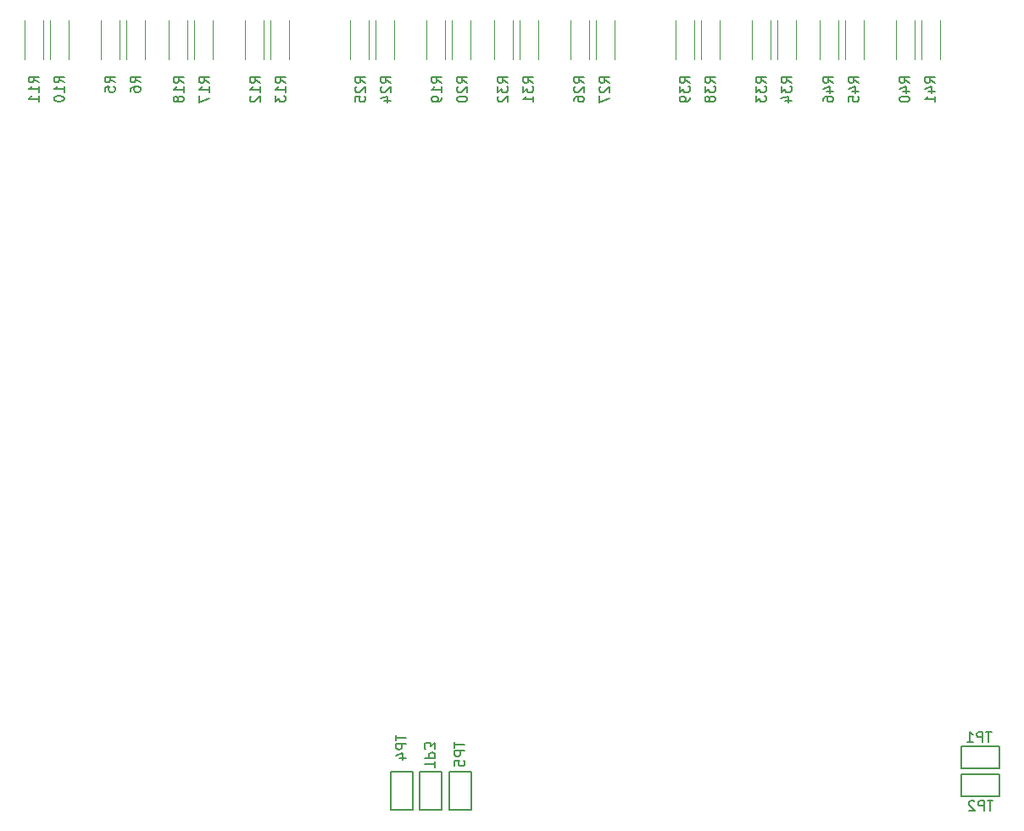
<source format=gbr>
G04 #@! TF.GenerationSoftware,KiCad,Pcbnew,(5.1.8)-1*
G04 #@! TF.CreationDate,2021-01-31T20:23:03-05:00*
G04 #@! TF.ProjectId,TTL_Logic_Clock_revA,54544c5f-4c6f-4676-9963-5f436c6f636b,rev?*
G04 #@! TF.SameCoordinates,Original*
G04 #@! TF.FileFunction,Legend,Bot*
G04 #@! TF.FilePolarity,Positive*
%FSLAX46Y46*%
G04 Gerber Fmt 4.6, Leading zero omitted, Abs format (unit mm)*
G04 Created by KiCad (PCBNEW (5.1.8)-1) date 2021-01-31 20:23:03*
%MOMM*%
%LPD*%
G01*
G04 APERTURE LIST*
%ADD10C,0.150000*%
%ADD11C,0.120000*%
G04 APERTURE END LIST*
D10*
X106215000Y-122169000D02*
X108415000Y-122169000D01*
X106215000Y-118369000D02*
X106215000Y-122169000D01*
X108415000Y-118369000D02*
X106215000Y-118369000D01*
X108415000Y-122169000D02*
X108415000Y-118369000D01*
X100373000Y-122169000D02*
X102573000Y-122169000D01*
X100373000Y-118369000D02*
X100373000Y-122169000D01*
X102573000Y-118369000D02*
X100373000Y-118369000D01*
X102573000Y-122169000D02*
X102573000Y-118369000D01*
X103294000Y-122169000D02*
X105494000Y-122169000D01*
X103294000Y-118369000D02*
X103294000Y-122169000D01*
X105494000Y-118369000D02*
X103294000Y-118369000D01*
X105494000Y-122169000D02*
X105494000Y-118369000D01*
X157358000Y-118661000D02*
X157358000Y-120861000D01*
X161158000Y-118661000D02*
X157358000Y-118661000D01*
X161158000Y-120861000D02*
X161158000Y-118661000D01*
X157358000Y-120861000D02*
X161158000Y-120861000D01*
X157358000Y-115867000D02*
X157358000Y-118067000D01*
X161158000Y-115867000D02*
X157358000Y-115867000D01*
X161158000Y-118067000D02*
X161158000Y-115867000D01*
X157358000Y-118067000D02*
X161158000Y-118067000D01*
D11*
X145065000Y-43292000D02*
X145065000Y-47132000D01*
X143225000Y-43292000D02*
X143225000Y-47132000D01*
X147605000Y-43292000D02*
X147605000Y-47132000D01*
X145765000Y-43292000D02*
X145765000Y-47132000D01*
X155225000Y-43292000D02*
X155225000Y-47132000D01*
X153385000Y-43292000D02*
X153385000Y-47132000D01*
X152685000Y-43292000D02*
X152685000Y-47132000D01*
X150845000Y-43292000D02*
X150845000Y-47132000D01*
X130714000Y-43292000D02*
X130714000Y-47132000D01*
X128874000Y-43292000D02*
X128874000Y-47132000D01*
X133254000Y-43292000D02*
X133254000Y-47132000D01*
X131414000Y-43292000D02*
X131414000Y-47132000D01*
X140874000Y-43292000D02*
X140874000Y-47132000D01*
X139034000Y-43292000D02*
X139034000Y-47132000D01*
X138334000Y-43292000D02*
X138334000Y-47132000D01*
X136494000Y-43292000D02*
X136494000Y-47132000D01*
X112553000Y-43292000D02*
X112553000Y-47132000D01*
X110713000Y-43292000D02*
X110713000Y-47132000D01*
X115093000Y-43292000D02*
X115093000Y-47132000D01*
X113253000Y-43292000D02*
X113253000Y-47132000D01*
X122713000Y-43292000D02*
X122713000Y-47132000D01*
X120873000Y-43292000D02*
X120873000Y-47132000D01*
X120173000Y-43292000D02*
X120173000Y-47132000D01*
X118333000Y-43292000D02*
X118333000Y-47132000D01*
X98202000Y-43292000D02*
X98202000Y-47132000D01*
X96362000Y-43292000D02*
X96362000Y-47132000D01*
X100742000Y-43292000D02*
X100742000Y-47132000D01*
X98902000Y-43292000D02*
X98902000Y-47132000D01*
X108362000Y-43292000D02*
X108362000Y-47132000D01*
X106522000Y-43292000D02*
X106522000Y-47132000D01*
X105822000Y-43292000D02*
X105822000Y-47132000D01*
X103982000Y-43292000D02*
X103982000Y-47132000D01*
X80041000Y-43292000D02*
X80041000Y-47132000D01*
X78201000Y-43292000D02*
X78201000Y-47132000D01*
X82581000Y-43292000D02*
X82581000Y-47132000D01*
X80741000Y-43292000D02*
X80741000Y-47132000D01*
X90201000Y-43292000D02*
X90201000Y-47132000D01*
X88361000Y-43292000D02*
X88361000Y-47132000D01*
X87661000Y-43292000D02*
X87661000Y-47132000D01*
X85821000Y-43292000D02*
X85821000Y-47132000D01*
X65690000Y-43292000D02*
X65690000Y-47132000D01*
X63850000Y-43292000D02*
X63850000Y-47132000D01*
X68230000Y-43292000D02*
X68230000Y-47132000D01*
X66390000Y-43292000D02*
X66390000Y-47132000D01*
X75850000Y-43292000D02*
X75850000Y-47132000D01*
X74010000Y-43292000D02*
X74010000Y-47132000D01*
X73310000Y-43292000D02*
X73310000Y-47132000D01*
X71470000Y-43292000D02*
X71470000Y-47132000D01*
D10*
X106767380Y-115387595D02*
X106767380Y-115959023D01*
X107767380Y-115673309D02*
X106767380Y-115673309D01*
X107767380Y-116292357D02*
X106767380Y-116292357D01*
X106767380Y-116673309D01*
X106815000Y-116768547D01*
X106862619Y-116816166D01*
X106957857Y-116863785D01*
X107100714Y-116863785D01*
X107195952Y-116816166D01*
X107243571Y-116768547D01*
X107291190Y-116673309D01*
X107291190Y-116292357D01*
X106767380Y-117768547D02*
X106767380Y-117292357D01*
X107243571Y-117244738D01*
X107195952Y-117292357D01*
X107148333Y-117387595D01*
X107148333Y-117625690D01*
X107195952Y-117720928D01*
X107243571Y-117768547D01*
X107338809Y-117816166D01*
X107576904Y-117816166D01*
X107672142Y-117768547D01*
X107719761Y-117720928D01*
X107767380Y-117625690D01*
X107767380Y-117387595D01*
X107719761Y-117292357D01*
X107672142Y-117244738D01*
X100925380Y-114689095D02*
X100925380Y-115260523D01*
X101925380Y-114974809D02*
X100925380Y-114974809D01*
X101925380Y-115593857D02*
X100925380Y-115593857D01*
X100925380Y-115974809D01*
X100973000Y-116070047D01*
X101020619Y-116117666D01*
X101115857Y-116165285D01*
X101258714Y-116165285D01*
X101353952Y-116117666D01*
X101401571Y-116070047D01*
X101449190Y-115974809D01*
X101449190Y-115593857D01*
X101258714Y-117022428D02*
X101925380Y-117022428D01*
X100877761Y-116784333D02*
X101592047Y-116546238D01*
X101592047Y-117165285D01*
X104751119Y-117911404D02*
X104751119Y-117339976D01*
X103751119Y-117625690D02*
X104751119Y-117625690D01*
X103751119Y-117006642D02*
X104751119Y-117006642D01*
X104751119Y-116625690D01*
X104703500Y-116530452D01*
X104655880Y-116482833D01*
X104560642Y-116435214D01*
X104417785Y-116435214D01*
X104322547Y-116482833D01*
X104274928Y-116530452D01*
X104227309Y-116625690D01*
X104227309Y-117006642D01*
X104751119Y-116101880D02*
X104751119Y-115482833D01*
X104370166Y-115816166D01*
X104370166Y-115673309D01*
X104322547Y-115578071D01*
X104274928Y-115530452D01*
X104179690Y-115482833D01*
X103941595Y-115482833D01*
X103846357Y-115530452D01*
X103798738Y-115578071D01*
X103751119Y-115673309D01*
X103751119Y-115959023D01*
X103798738Y-116054261D01*
X103846357Y-116101880D01*
X160519904Y-121245380D02*
X159948476Y-121245380D01*
X160234190Y-122245380D02*
X160234190Y-121245380D01*
X159615142Y-122245380D02*
X159615142Y-121245380D01*
X159234190Y-121245380D01*
X159138952Y-121293000D01*
X159091333Y-121340619D01*
X159043714Y-121435857D01*
X159043714Y-121578714D01*
X159091333Y-121673952D01*
X159138952Y-121721571D01*
X159234190Y-121769190D01*
X159615142Y-121769190D01*
X158662761Y-121340619D02*
X158615142Y-121293000D01*
X158519904Y-121245380D01*
X158281809Y-121245380D01*
X158186571Y-121293000D01*
X158138952Y-121340619D01*
X158091333Y-121435857D01*
X158091333Y-121531095D01*
X158138952Y-121673952D01*
X158710380Y-122245380D01*
X158091333Y-122245380D01*
X160392904Y-114387380D02*
X159821476Y-114387380D01*
X160107190Y-115387380D02*
X160107190Y-114387380D01*
X159488142Y-115387380D02*
X159488142Y-114387380D01*
X159107190Y-114387380D01*
X159011952Y-114435000D01*
X158964333Y-114482619D01*
X158916714Y-114577857D01*
X158916714Y-114720714D01*
X158964333Y-114815952D01*
X159011952Y-114863571D01*
X159107190Y-114911190D01*
X159488142Y-114911190D01*
X157964333Y-115387380D02*
X158535761Y-115387380D01*
X158250047Y-115387380D02*
X158250047Y-114387380D01*
X158345285Y-114530238D01*
X158440523Y-114625476D01*
X158535761Y-114673095D01*
X144582380Y-49522142D02*
X144106190Y-49188809D01*
X144582380Y-48950714D02*
X143582380Y-48950714D01*
X143582380Y-49331666D01*
X143630000Y-49426904D01*
X143677619Y-49474523D01*
X143772857Y-49522142D01*
X143915714Y-49522142D01*
X144010952Y-49474523D01*
X144058571Y-49426904D01*
X144106190Y-49331666D01*
X144106190Y-48950714D01*
X143915714Y-50379285D02*
X144582380Y-50379285D01*
X143534761Y-50141190D02*
X144249047Y-49903095D01*
X144249047Y-50522142D01*
X143582380Y-51331666D02*
X143582380Y-51141190D01*
X143630000Y-51045952D01*
X143677619Y-50998333D01*
X143820476Y-50903095D01*
X144010952Y-50855476D01*
X144391904Y-50855476D01*
X144487142Y-50903095D01*
X144534761Y-50950714D01*
X144582380Y-51045952D01*
X144582380Y-51236428D01*
X144534761Y-51331666D01*
X144487142Y-51379285D01*
X144391904Y-51426904D01*
X144153809Y-51426904D01*
X144058571Y-51379285D01*
X144010952Y-51331666D01*
X143963333Y-51236428D01*
X143963333Y-51045952D01*
X144010952Y-50950714D01*
X144058571Y-50903095D01*
X144153809Y-50855476D01*
X147122380Y-49522142D02*
X146646190Y-49188809D01*
X147122380Y-48950714D02*
X146122380Y-48950714D01*
X146122380Y-49331666D01*
X146170000Y-49426904D01*
X146217619Y-49474523D01*
X146312857Y-49522142D01*
X146455714Y-49522142D01*
X146550952Y-49474523D01*
X146598571Y-49426904D01*
X146646190Y-49331666D01*
X146646190Y-48950714D01*
X146455714Y-50379285D02*
X147122380Y-50379285D01*
X146074761Y-50141190D02*
X146789047Y-49903095D01*
X146789047Y-50522142D01*
X146122380Y-51379285D02*
X146122380Y-50903095D01*
X146598571Y-50855476D01*
X146550952Y-50903095D01*
X146503333Y-50998333D01*
X146503333Y-51236428D01*
X146550952Y-51331666D01*
X146598571Y-51379285D01*
X146693809Y-51426904D01*
X146931904Y-51426904D01*
X147027142Y-51379285D01*
X147074761Y-51331666D01*
X147122380Y-51236428D01*
X147122380Y-50998333D01*
X147074761Y-50903095D01*
X147027142Y-50855476D01*
X154742380Y-49522142D02*
X154266190Y-49188809D01*
X154742380Y-48950714D02*
X153742380Y-48950714D01*
X153742380Y-49331666D01*
X153790000Y-49426904D01*
X153837619Y-49474523D01*
X153932857Y-49522142D01*
X154075714Y-49522142D01*
X154170952Y-49474523D01*
X154218571Y-49426904D01*
X154266190Y-49331666D01*
X154266190Y-48950714D01*
X154075714Y-50379285D02*
X154742380Y-50379285D01*
X153694761Y-50141190D02*
X154409047Y-49903095D01*
X154409047Y-50522142D01*
X154742380Y-51426904D02*
X154742380Y-50855476D01*
X154742380Y-51141190D02*
X153742380Y-51141190D01*
X153885238Y-51045952D01*
X153980476Y-50950714D01*
X154028095Y-50855476D01*
X152202380Y-49522142D02*
X151726190Y-49188809D01*
X152202380Y-48950714D02*
X151202380Y-48950714D01*
X151202380Y-49331666D01*
X151250000Y-49426904D01*
X151297619Y-49474523D01*
X151392857Y-49522142D01*
X151535714Y-49522142D01*
X151630952Y-49474523D01*
X151678571Y-49426904D01*
X151726190Y-49331666D01*
X151726190Y-48950714D01*
X151535714Y-50379285D02*
X152202380Y-50379285D01*
X151154761Y-50141190D02*
X151869047Y-49903095D01*
X151869047Y-50522142D01*
X151202380Y-51093571D02*
X151202380Y-51188809D01*
X151250000Y-51284047D01*
X151297619Y-51331666D01*
X151392857Y-51379285D01*
X151583333Y-51426904D01*
X151821428Y-51426904D01*
X152011904Y-51379285D01*
X152107142Y-51331666D01*
X152154761Y-51284047D01*
X152202380Y-51188809D01*
X152202380Y-51093571D01*
X152154761Y-50998333D01*
X152107142Y-50950714D01*
X152011904Y-50903095D01*
X151821428Y-50855476D01*
X151583333Y-50855476D01*
X151392857Y-50903095D01*
X151297619Y-50950714D01*
X151250000Y-50998333D01*
X151202380Y-51093571D01*
X130231380Y-49522142D02*
X129755190Y-49188809D01*
X130231380Y-48950714D02*
X129231380Y-48950714D01*
X129231380Y-49331666D01*
X129279000Y-49426904D01*
X129326619Y-49474523D01*
X129421857Y-49522142D01*
X129564714Y-49522142D01*
X129659952Y-49474523D01*
X129707571Y-49426904D01*
X129755190Y-49331666D01*
X129755190Y-48950714D01*
X129231380Y-49855476D02*
X129231380Y-50474523D01*
X129612333Y-50141190D01*
X129612333Y-50284047D01*
X129659952Y-50379285D01*
X129707571Y-50426904D01*
X129802809Y-50474523D01*
X130040904Y-50474523D01*
X130136142Y-50426904D01*
X130183761Y-50379285D01*
X130231380Y-50284047D01*
X130231380Y-49998333D01*
X130183761Y-49903095D01*
X130136142Y-49855476D01*
X130231380Y-50950714D02*
X130231380Y-51141190D01*
X130183761Y-51236428D01*
X130136142Y-51284047D01*
X129993285Y-51379285D01*
X129802809Y-51426904D01*
X129421857Y-51426904D01*
X129326619Y-51379285D01*
X129279000Y-51331666D01*
X129231380Y-51236428D01*
X129231380Y-51045952D01*
X129279000Y-50950714D01*
X129326619Y-50903095D01*
X129421857Y-50855476D01*
X129659952Y-50855476D01*
X129755190Y-50903095D01*
X129802809Y-50950714D01*
X129850428Y-51045952D01*
X129850428Y-51236428D01*
X129802809Y-51331666D01*
X129755190Y-51379285D01*
X129659952Y-51426904D01*
X132771380Y-49522142D02*
X132295190Y-49188809D01*
X132771380Y-48950714D02*
X131771380Y-48950714D01*
X131771380Y-49331666D01*
X131819000Y-49426904D01*
X131866619Y-49474523D01*
X131961857Y-49522142D01*
X132104714Y-49522142D01*
X132199952Y-49474523D01*
X132247571Y-49426904D01*
X132295190Y-49331666D01*
X132295190Y-48950714D01*
X131771380Y-49855476D02*
X131771380Y-50474523D01*
X132152333Y-50141190D01*
X132152333Y-50284047D01*
X132199952Y-50379285D01*
X132247571Y-50426904D01*
X132342809Y-50474523D01*
X132580904Y-50474523D01*
X132676142Y-50426904D01*
X132723761Y-50379285D01*
X132771380Y-50284047D01*
X132771380Y-49998333D01*
X132723761Y-49903095D01*
X132676142Y-49855476D01*
X132199952Y-51045952D02*
X132152333Y-50950714D01*
X132104714Y-50903095D01*
X132009476Y-50855476D01*
X131961857Y-50855476D01*
X131866619Y-50903095D01*
X131819000Y-50950714D01*
X131771380Y-51045952D01*
X131771380Y-51236428D01*
X131819000Y-51331666D01*
X131866619Y-51379285D01*
X131961857Y-51426904D01*
X132009476Y-51426904D01*
X132104714Y-51379285D01*
X132152333Y-51331666D01*
X132199952Y-51236428D01*
X132199952Y-51045952D01*
X132247571Y-50950714D01*
X132295190Y-50903095D01*
X132390428Y-50855476D01*
X132580904Y-50855476D01*
X132676142Y-50903095D01*
X132723761Y-50950714D01*
X132771380Y-51045952D01*
X132771380Y-51236428D01*
X132723761Y-51331666D01*
X132676142Y-51379285D01*
X132580904Y-51426904D01*
X132390428Y-51426904D01*
X132295190Y-51379285D01*
X132247571Y-51331666D01*
X132199952Y-51236428D01*
X140391380Y-49522142D02*
X139915190Y-49188809D01*
X140391380Y-48950714D02*
X139391380Y-48950714D01*
X139391380Y-49331666D01*
X139439000Y-49426904D01*
X139486619Y-49474523D01*
X139581857Y-49522142D01*
X139724714Y-49522142D01*
X139819952Y-49474523D01*
X139867571Y-49426904D01*
X139915190Y-49331666D01*
X139915190Y-48950714D01*
X139391380Y-49855476D02*
X139391380Y-50474523D01*
X139772333Y-50141190D01*
X139772333Y-50284047D01*
X139819952Y-50379285D01*
X139867571Y-50426904D01*
X139962809Y-50474523D01*
X140200904Y-50474523D01*
X140296142Y-50426904D01*
X140343761Y-50379285D01*
X140391380Y-50284047D01*
X140391380Y-49998333D01*
X140343761Y-49903095D01*
X140296142Y-49855476D01*
X139724714Y-51331666D02*
X140391380Y-51331666D01*
X139343761Y-51093571D02*
X140058047Y-50855476D01*
X140058047Y-51474523D01*
X137851380Y-49522142D02*
X137375190Y-49188809D01*
X137851380Y-48950714D02*
X136851380Y-48950714D01*
X136851380Y-49331666D01*
X136899000Y-49426904D01*
X136946619Y-49474523D01*
X137041857Y-49522142D01*
X137184714Y-49522142D01*
X137279952Y-49474523D01*
X137327571Y-49426904D01*
X137375190Y-49331666D01*
X137375190Y-48950714D01*
X136851380Y-49855476D02*
X136851380Y-50474523D01*
X137232333Y-50141190D01*
X137232333Y-50284047D01*
X137279952Y-50379285D01*
X137327571Y-50426904D01*
X137422809Y-50474523D01*
X137660904Y-50474523D01*
X137756142Y-50426904D01*
X137803761Y-50379285D01*
X137851380Y-50284047D01*
X137851380Y-49998333D01*
X137803761Y-49903095D01*
X137756142Y-49855476D01*
X136851380Y-50807857D02*
X136851380Y-51426904D01*
X137232333Y-51093571D01*
X137232333Y-51236428D01*
X137279952Y-51331666D01*
X137327571Y-51379285D01*
X137422809Y-51426904D01*
X137660904Y-51426904D01*
X137756142Y-51379285D01*
X137803761Y-51331666D01*
X137851380Y-51236428D01*
X137851380Y-50950714D01*
X137803761Y-50855476D01*
X137756142Y-50807857D01*
X112070380Y-49522142D02*
X111594190Y-49188809D01*
X112070380Y-48950714D02*
X111070380Y-48950714D01*
X111070380Y-49331666D01*
X111118000Y-49426904D01*
X111165619Y-49474523D01*
X111260857Y-49522142D01*
X111403714Y-49522142D01*
X111498952Y-49474523D01*
X111546571Y-49426904D01*
X111594190Y-49331666D01*
X111594190Y-48950714D01*
X111070380Y-49855476D02*
X111070380Y-50474523D01*
X111451333Y-50141190D01*
X111451333Y-50284047D01*
X111498952Y-50379285D01*
X111546571Y-50426904D01*
X111641809Y-50474523D01*
X111879904Y-50474523D01*
X111975142Y-50426904D01*
X112022761Y-50379285D01*
X112070380Y-50284047D01*
X112070380Y-49998333D01*
X112022761Y-49903095D01*
X111975142Y-49855476D01*
X111165619Y-50855476D02*
X111118000Y-50903095D01*
X111070380Y-50998333D01*
X111070380Y-51236428D01*
X111118000Y-51331666D01*
X111165619Y-51379285D01*
X111260857Y-51426904D01*
X111356095Y-51426904D01*
X111498952Y-51379285D01*
X112070380Y-50807857D01*
X112070380Y-51426904D01*
X114610380Y-49522142D02*
X114134190Y-49188809D01*
X114610380Y-48950714D02*
X113610380Y-48950714D01*
X113610380Y-49331666D01*
X113658000Y-49426904D01*
X113705619Y-49474523D01*
X113800857Y-49522142D01*
X113943714Y-49522142D01*
X114038952Y-49474523D01*
X114086571Y-49426904D01*
X114134190Y-49331666D01*
X114134190Y-48950714D01*
X113610380Y-49855476D02*
X113610380Y-50474523D01*
X113991333Y-50141190D01*
X113991333Y-50284047D01*
X114038952Y-50379285D01*
X114086571Y-50426904D01*
X114181809Y-50474523D01*
X114419904Y-50474523D01*
X114515142Y-50426904D01*
X114562761Y-50379285D01*
X114610380Y-50284047D01*
X114610380Y-49998333D01*
X114562761Y-49903095D01*
X114515142Y-49855476D01*
X114610380Y-51426904D02*
X114610380Y-50855476D01*
X114610380Y-51141190D02*
X113610380Y-51141190D01*
X113753238Y-51045952D01*
X113848476Y-50950714D01*
X113896095Y-50855476D01*
X122230380Y-49522142D02*
X121754190Y-49188809D01*
X122230380Y-48950714D02*
X121230380Y-48950714D01*
X121230380Y-49331666D01*
X121278000Y-49426904D01*
X121325619Y-49474523D01*
X121420857Y-49522142D01*
X121563714Y-49522142D01*
X121658952Y-49474523D01*
X121706571Y-49426904D01*
X121754190Y-49331666D01*
X121754190Y-48950714D01*
X121325619Y-49903095D02*
X121278000Y-49950714D01*
X121230380Y-50045952D01*
X121230380Y-50284047D01*
X121278000Y-50379285D01*
X121325619Y-50426904D01*
X121420857Y-50474523D01*
X121516095Y-50474523D01*
X121658952Y-50426904D01*
X122230380Y-49855476D01*
X122230380Y-50474523D01*
X121230380Y-50807857D02*
X121230380Y-51474523D01*
X122230380Y-51045952D01*
X119690380Y-49522142D02*
X119214190Y-49188809D01*
X119690380Y-48950714D02*
X118690380Y-48950714D01*
X118690380Y-49331666D01*
X118738000Y-49426904D01*
X118785619Y-49474523D01*
X118880857Y-49522142D01*
X119023714Y-49522142D01*
X119118952Y-49474523D01*
X119166571Y-49426904D01*
X119214190Y-49331666D01*
X119214190Y-48950714D01*
X118785619Y-49903095D02*
X118738000Y-49950714D01*
X118690380Y-50045952D01*
X118690380Y-50284047D01*
X118738000Y-50379285D01*
X118785619Y-50426904D01*
X118880857Y-50474523D01*
X118976095Y-50474523D01*
X119118952Y-50426904D01*
X119690380Y-49855476D01*
X119690380Y-50474523D01*
X118690380Y-51331666D02*
X118690380Y-51141190D01*
X118738000Y-51045952D01*
X118785619Y-50998333D01*
X118928476Y-50903095D01*
X119118952Y-50855476D01*
X119499904Y-50855476D01*
X119595142Y-50903095D01*
X119642761Y-50950714D01*
X119690380Y-51045952D01*
X119690380Y-51236428D01*
X119642761Y-51331666D01*
X119595142Y-51379285D01*
X119499904Y-51426904D01*
X119261809Y-51426904D01*
X119166571Y-51379285D01*
X119118952Y-51331666D01*
X119071333Y-51236428D01*
X119071333Y-51045952D01*
X119118952Y-50950714D01*
X119166571Y-50903095D01*
X119261809Y-50855476D01*
X97846380Y-49522142D02*
X97370190Y-49188809D01*
X97846380Y-48950714D02*
X96846380Y-48950714D01*
X96846380Y-49331666D01*
X96894000Y-49426904D01*
X96941619Y-49474523D01*
X97036857Y-49522142D01*
X97179714Y-49522142D01*
X97274952Y-49474523D01*
X97322571Y-49426904D01*
X97370190Y-49331666D01*
X97370190Y-48950714D01*
X96941619Y-49903095D02*
X96894000Y-49950714D01*
X96846380Y-50045952D01*
X96846380Y-50284047D01*
X96894000Y-50379285D01*
X96941619Y-50426904D01*
X97036857Y-50474523D01*
X97132095Y-50474523D01*
X97274952Y-50426904D01*
X97846380Y-49855476D01*
X97846380Y-50474523D01*
X96846380Y-51379285D02*
X96846380Y-50903095D01*
X97322571Y-50855476D01*
X97274952Y-50903095D01*
X97227333Y-50998333D01*
X97227333Y-51236428D01*
X97274952Y-51331666D01*
X97322571Y-51379285D01*
X97417809Y-51426904D01*
X97655904Y-51426904D01*
X97751142Y-51379285D01*
X97798761Y-51331666D01*
X97846380Y-51236428D01*
X97846380Y-50998333D01*
X97798761Y-50903095D01*
X97751142Y-50855476D01*
X100386380Y-49522142D02*
X99910190Y-49188809D01*
X100386380Y-48950714D02*
X99386380Y-48950714D01*
X99386380Y-49331666D01*
X99434000Y-49426904D01*
X99481619Y-49474523D01*
X99576857Y-49522142D01*
X99719714Y-49522142D01*
X99814952Y-49474523D01*
X99862571Y-49426904D01*
X99910190Y-49331666D01*
X99910190Y-48950714D01*
X99481619Y-49903095D02*
X99434000Y-49950714D01*
X99386380Y-50045952D01*
X99386380Y-50284047D01*
X99434000Y-50379285D01*
X99481619Y-50426904D01*
X99576857Y-50474523D01*
X99672095Y-50474523D01*
X99814952Y-50426904D01*
X100386380Y-49855476D01*
X100386380Y-50474523D01*
X99719714Y-51331666D02*
X100386380Y-51331666D01*
X99338761Y-51093571D02*
X100053047Y-50855476D01*
X100053047Y-51474523D01*
X108006380Y-49522142D02*
X107530190Y-49188809D01*
X108006380Y-48950714D02*
X107006380Y-48950714D01*
X107006380Y-49331666D01*
X107054000Y-49426904D01*
X107101619Y-49474523D01*
X107196857Y-49522142D01*
X107339714Y-49522142D01*
X107434952Y-49474523D01*
X107482571Y-49426904D01*
X107530190Y-49331666D01*
X107530190Y-48950714D01*
X107101619Y-49903095D02*
X107054000Y-49950714D01*
X107006380Y-50045952D01*
X107006380Y-50284047D01*
X107054000Y-50379285D01*
X107101619Y-50426904D01*
X107196857Y-50474523D01*
X107292095Y-50474523D01*
X107434952Y-50426904D01*
X108006380Y-49855476D01*
X108006380Y-50474523D01*
X107006380Y-51093571D02*
X107006380Y-51188809D01*
X107054000Y-51284047D01*
X107101619Y-51331666D01*
X107196857Y-51379285D01*
X107387333Y-51426904D01*
X107625428Y-51426904D01*
X107815904Y-51379285D01*
X107911142Y-51331666D01*
X107958761Y-51284047D01*
X108006380Y-51188809D01*
X108006380Y-51093571D01*
X107958761Y-50998333D01*
X107911142Y-50950714D01*
X107815904Y-50903095D01*
X107625428Y-50855476D01*
X107387333Y-50855476D01*
X107196857Y-50903095D01*
X107101619Y-50950714D01*
X107054000Y-50998333D01*
X107006380Y-51093571D01*
X105466380Y-49522142D02*
X104990190Y-49188809D01*
X105466380Y-48950714D02*
X104466380Y-48950714D01*
X104466380Y-49331666D01*
X104514000Y-49426904D01*
X104561619Y-49474523D01*
X104656857Y-49522142D01*
X104799714Y-49522142D01*
X104894952Y-49474523D01*
X104942571Y-49426904D01*
X104990190Y-49331666D01*
X104990190Y-48950714D01*
X105466380Y-50474523D02*
X105466380Y-49903095D01*
X105466380Y-50188809D02*
X104466380Y-50188809D01*
X104609238Y-50093571D01*
X104704476Y-49998333D01*
X104752095Y-49903095D01*
X105466380Y-50950714D02*
X105466380Y-51141190D01*
X105418761Y-51236428D01*
X105371142Y-51284047D01*
X105228285Y-51379285D01*
X105037809Y-51426904D01*
X104656857Y-51426904D01*
X104561619Y-51379285D01*
X104514000Y-51331666D01*
X104466380Y-51236428D01*
X104466380Y-51045952D01*
X104514000Y-50950714D01*
X104561619Y-50903095D01*
X104656857Y-50855476D01*
X104894952Y-50855476D01*
X104990190Y-50903095D01*
X105037809Y-50950714D01*
X105085428Y-51045952D01*
X105085428Y-51236428D01*
X105037809Y-51331666D01*
X104990190Y-51379285D01*
X104894952Y-51426904D01*
X79685380Y-49522142D02*
X79209190Y-49188809D01*
X79685380Y-48950714D02*
X78685380Y-48950714D01*
X78685380Y-49331666D01*
X78733000Y-49426904D01*
X78780619Y-49474523D01*
X78875857Y-49522142D01*
X79018714Y-49522142D01*
X79113952Y-49474523D01*
X79161571Y-49426904D01*
X79209190Y-49331666D01*
X79209190Y-48950714D01*
X79685380Y-50474523D02*
X79685380Y-49903095D01*
X79685380Y-50188809D02*
X78685380Y-50188809D01*
X78828238Y-50093571D01*
X78923476Y-49998333D01*
X78971095Y-49903095D01*
X79113952Y-51045952D02*
X79066333Y-50950714D01*
X79018714Y-50903095D01*
X78923476Y-50855476D01*
X78875857Y-50855476D01*
X78780619Y-50903095D01*
X78733000Y-50950714D01*
X78685380Y-51045952D01*
X78685380Y-51236428D01*
X78733000Y-51331666D01*
X78780619Y-51379285D01*
X78875857Y-51426904D01*
X78923476Y-51426904D01*
X79018714Y-51379285D01*
X79066333Y-51331666D01*
X79113952Y-51236428D01*
X79113952Y-51045952D01*
X79161571Y-50950714D01*
X79209190Y-50903095D01*
X79304428Y-50855476D01*
X79494904Y-50855476D01*
X79590142Y-50903095D01*
X79637761Y-50950714D01*
X79685380Y-51045952D01*
X79685380Y-51236428D01*
X79637761Y-51331666D01*
X79590142Y-51379285D01*
X79494904Y-51426904D01*
X79304428Y-51426904D01*
X79209190Y-51379285D01*
X79161571Y-51331666D01*
X79113952Y-51236428D01*
X82225380Y-49522142D02*
X81749190Y-49188809D01*
X82225380Y-48950714D02*
X81225380Y-48950714D01*
X81225380Y-49331666D01*
X81273000Y-49426904D01*
X81320619Y-49474523D01*
X81415857Y-49522142D01*
X81558714Y-49522142D01*
X81653952Y-49474523D01*
X81701571Y-49426904D01*
X81749190Y-49331666D01*
X81749190Y-48950714D01*
X82225380Y-50474523D02*
X82225380Y-49903095D01*
X82225380Y-50188809D02*
X81225380Y-50188809D01*
X81368238Y-50093571D01*
X81463476Y-49998333D01*
X81511095Y-49903095D01*
X81225380Y-50807857D02*
X81225380Y-51474523D01*
X82225380Y-51045952D01*
X89845380Y-49522142D02*
X89369190Y-49188809D01*
X89845380Y-48950714D02*
X88845380Y-48950714D01*
X88845380Y-49331666D01*
X88893000Y-49426904D01*
X88940619Y-49474523D01*
X89035857Y-49522142D01*
X89178714Y-49522142D01*
X89273952Y-49474523D01*
X89321571Y-49426904D01*
X89369190Y-49331666D01*
X89369190Y-48950714D01*
X89845380Y-50474523D02*
X89845380Y-49903095D01*
X89845380Y-50188809D02*
X88845380Y-50188809D01*
X88988238Y-50093571D01*
X89083476Y-49998333D01*
X89131095Y-49903095D01*
X88845380Y-50807857D02*
X88845380Y-51426904D01*
X89226333Y-51093571D01*
X89226333Y-51236428D01*
X89273952Y-51331666D01*
X89321571Y-51379285D01*
X89416809Y-51426904D01*
X89654904Y-51426904D01*
X89750142Y-51379285D01*
X89797761Y-51331666D01*
X89845380Y-51236428D01*
X89845380Y-50950714D01*
X89797761Y-50855476D01*
X89750142Y-50807857D01*
X87305380Y-49522142D02*
X86829190Y-49188809D01*
X87305380Y-48950714D02*
X86305380Y-48950714D01*
X86305380Y-49331666D01*
X86353000Y-49426904D01*
X86400619Y-49474523D01*
X86495857Y-49522142D01*
X86638714Y-49522142D01*
X86733952Y-49474523D01*
X86781571Y-49426904D01*
X86829190Y-49331666D01*
X86829190Y-48950714D01*
X87305380Y-50474523D02*
X87305380Y-49903095D01*
X87305380Y-50188809D02*
X86305380Y-50188809D01*
X86448238Y-50093571D01*
X86543476Y-49998333D01*
X86591095Y-49903095D01*
X86400619Y-50855476D02*
X86353000Y-50903095D01*
X86305380Y-50998333D01*
X86305380Y-51236428D01*
X86353000Y-51331666D01*
X86400619Y-51379285D01*
X86495857Y-51426904D01*
X86591095Y-51426904D01*
X86733952Y-51379285D01*
X87305380Y-50807857D01*
X87305380Y-51426904D01*
X65207380Y-49490332D02*
X64731190Y-49156999D01*
X65207380Y-48918904D02*
X64207380Y-48918904D01*
X64207380Y-49299856D01*
X64255000Y-49395094D01*
X64302619Y-49442713D01*
X64397857Y-49490332D01*
X64540714Y-49490332D01*
X64635952Y-49442713D01*
X64683571Y-49395094D01*
X64731190Y-49299856D01*
X64731190Y-48918904D01*
X65207380Y-50442713D02*
X65207380Y-49871285D01*
X65207380Y-50156999D02*
X64207380Y-50156999D01*
X64350238Y-50061761D01*
X64445476Y-49966523D01*
X64493095Y-49871285D01*
X65207380Y-51395094D02*
X65207380Y-50823666D01*
X65207380Y-51109380D02*
X64207380Y-51109380D01*
X64350238Y-51014142D01*
X64445476Y-50918904D01*
X64493095Y-50823666D01*
X67747380Y-49490332D02*
X67271190Y-49156999D01*
X67747380Y-48918904D02*
X66747380Y-48918904D01*
X66747380Y-49299856D01*
X66795000Y-49395094D01*
X66842619Y-49442713D01*
X66937857Y-49490332D01*
X67080714Y-49490332D01*
X67175952Y-49442713D01*
X67223571Y-49395094D01*
X67271190Y-49299856D01*
X67271190Y-48918904D01*
X67747380Y-50442713D02*
X67747380Y-49871285D01*
X67747380Y-50156999D02*
X66747380Y-50156999D01*
X66890238Y-50061761D01*
X66985476Y-49966523D01*
X67033095Y-49871285D01*
X66747380Y-51061761D02*
X66747380Y-51156999D01*
X66795000Y-51252237D01*
X66842619Y-51299856D01*
X66937857Y-51347475D01*
X67128333Y-51395094D01*
X67366428Y-51395094D01*
X67556904Y-51347475D01*
X67652142Y-51299856D01*
X67699761Y-51252237D01*
X67747380Y-51156999D01*
X67747380Y-51061761D01*
X67699761Y-50966523D01*
X67652142Y-50918904D01*
X67556904Y-50871285D01*
X67366428Y-50823666D01*
X67128333Y-50823666D01*
X66937857Y-50871285D01*
X66842619Y-50918904D01*
X66795000Y-50966523D01*
X66747380Y-51061761D01*
X75367380Y-49490333D02*
X74891190Y-49157000D01*
X75367380Y-48918904D02*
X74367380Y-48918904D01*
X74367380Y-49299857D01*
X74415000Y-49395095D01*
X74462619Y-49442714D01*
X74557857Y-49490333D01*
X74700714Y-49490333D01*
X74795952Y-49442714D01*
X74843571Y-49395095D01*
X74891190Y-49299857D01*
X74891190Y-48918904D01*
X74367380Y-50347476D02*
X74367380Y-50157000D01*
X74415000Y-50061761D01*
X74462619Y-50014142D01*
X74605476Y-49918904D01*
X74795952Y-49871285D01*
X75176904Y-49871285D01*
X75272142Y-49918904D01*
X75319761Y-49966523D01*
X75367380Y-50061761D01*
X75367380Y-50252238D01*
X75319761Y-50347476D01*
X75272142Y-50395095D01*
X75176904Y-50442714D01*
X74938809Y-50442714D01*
X74843571Y-50395095D01*
X74795952Y-50347476D01*
X74748333Y-50252238D01*
X74748333Y-50061761D01*
X74795952Y-49966523D01*
X74843571Y-49918904D01*
X74938809Y-49871285D01*
X72827380Y-49490333D02*
X72351190Y-49157000D01*
X72827380Y-48918904D02*
X71827380Y-48918904D01*
X71827380Y-49299857D01*
X71875000Y-49395095D01*
X71922619Y-49442714D01*
X72017857Y-49490333D01*
X72160714Y-49490333D01*
X72255952Y-49442714D01*
X72303571Y-49395095D01*
X72351190Y-49299857D01*
X72351190Y-48918904D01*
X71827380Y-50395095D02*
X71827380Y-49918904D01*
X72303571Y-49871285D01*
X72255952Y-49918904D01*
X72208333Y-50014142D01*
X72208333Y-50252238D01*
X72255952Y-50347476D01*
X72303571Y-50395095D01*
X72398809Y-50442714D01*
X72636904Y-50442714D01*
X72732142Y-50395095D01*
X72779761Y-50347476D01*
X72827380Y-50252238D01*
X72827380Y-50014142D01*
X72779761Y-49918904D01*
X72732142Y-49871285D01*
M02*

</source>
